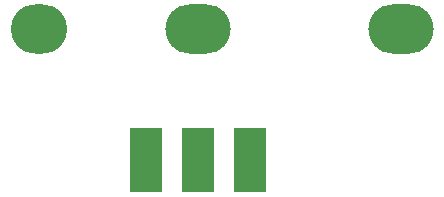
<source format=gbr>
*
%LPD*%
%LN915 PCB Antenna 02-F.Mask*%
%FSLAX25Y25*%
%MOIN*%
%AD*%
%AD*%
%ADD16R,0.111023622X0.215748031*%
%ADD24R,0.105905512X0.215748031*%
%ADD25O,0.217716535X0.164566929*%
%ADD26O,0.187795276X0.164566929*%
G54D24*
%SRX1Y1I0.0J0.0*%
G1X102756Y10630D3*
G54D16*
G1X85512Y10630D3*
G1X120000Y10630D3*
G54D25*
G1X170477Y54317D3*
G1X102760Y54317D3*
G54D26*
G1X49611Y54317D3*
M2*

</source>
